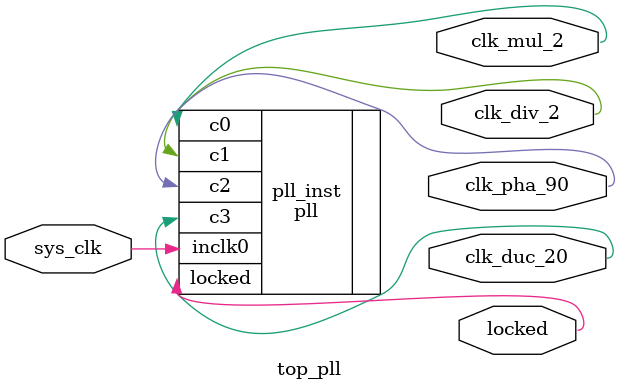
<source format=v>
module top_pll 
(
    input       wire        sys_clk,
    
    output      wire        clk_mul_2,
    output      wire        clk_div_2,
    output      wire        clk_pha_90,
    output      wire        clk_duc_20,
    output      wire        locked
);

pll pll_inst (
    .inclk0 ( sys_clk ),
    .c0 ( clk_mul_2 ),
    .c1 ( clk_div_2 ),
    .c2 ( clk_pha_90 ),
    .c3 ( clk_duc_20 ),
    .locked ( locked )
    );
endmodule
</source>
